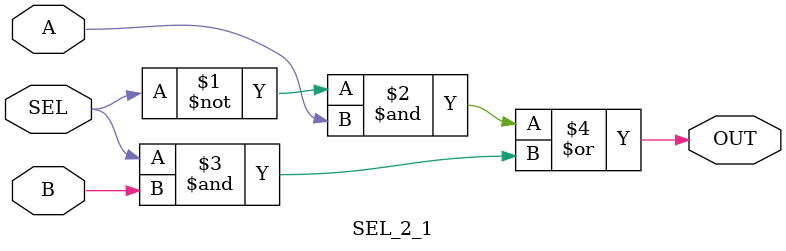
<source format=v>
/*	2-1 SELECTOR
	When SEL = 0 OUT = A
	When SEL = 1 OUT = B 	*/
module	SEL_2_1	( A, B, SEL, OUT );
input	A, B, SEL;						//Set 3 input
output	OUT;							//Set output

	assign	OUT = ~SEL & A | SEL & B;	// and : & ; or : | ; not : ~ ;

endmodule
</source>
